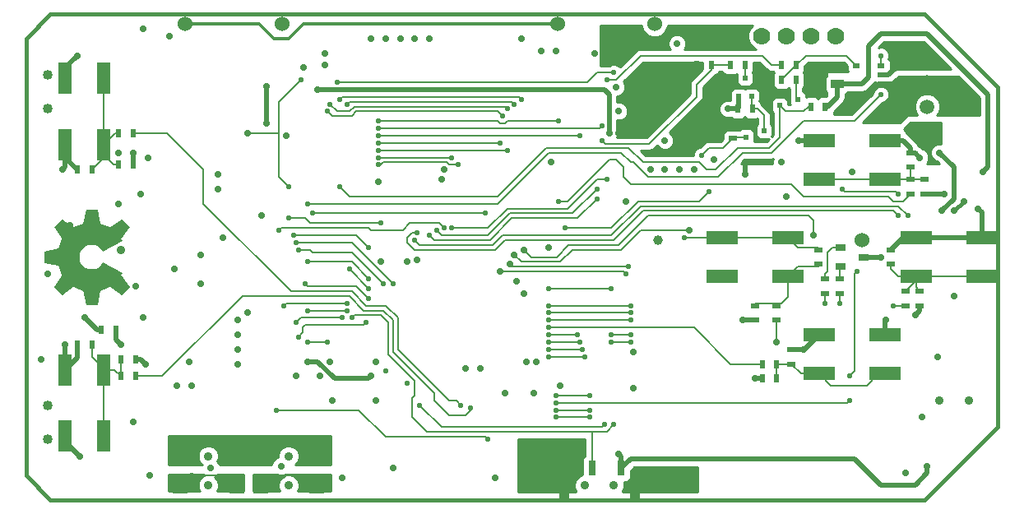
<source format=gbl>
G04 (created by PCBNEW (2013-07-05 BZR 4237)-testing) date Sat 03 Aug 2013 11:53:29 BST*
%MOIN*%
G04 Gerber Fmt 3.4, Leading zero omitted, Abs format*
%FSLAX34Y34*%
G01*
G70*
G90*
G04 APERTURE LIST*
%ADD10C,0.005906*%
%ADD11C,0.015000*%
%ADD12C,0.060000*%
%ADD13C,0.039400*%
%ADD14R,0.030000X0.020000*%
%ADD15R,0.039000X0.028000*%
%ADD16R,0.055000X0.035000*%
%ADD17R,0.070000X0.070000*%
%ADD18C,0.070000*%
%ADD19R,0.055000X0.126000*%
%ADD20R,0.126000X0.055000*%
%ADD21C,0.040000*%
%ADD22C,0.035400*%
%ADD23R,0.039400X0.031500*%
%ADD24R,0.027600X0.059100*%
%ADD25R,0.059100X0.055100*%
%ADD26R,0.023600X0.035400*%
%ADD27R,0.035400X0.023600*%
%ADD28R,0.059100X0.059100*%
%ADD29C,0.059100*%
%ADD30R,0.021654X0.023622*%
%ADD31R,0.023622X0.021654*%
%ADD32C,0.027600*%
%ADD33C,0.021654*%
%ADD34C,0.035000*%
%ADD35C,0.019700*%
%ADD36C,0.007874*%
%ADD37C,0.008000*%
%ADD38C,0.011800*%
%ADD39C,0.015700*%
%ADD40C,0.010000*%
G04 APERTURE END LIST*
G54D10*
G54D11*
X39369Y16733D02*
X39370Y16733D01*
X36417Y19685D02*
X39369Y16733D01*
X984Y19685D02*
X0Y18701D01*
X36417Y19685D02*
X984Y19685D01*
X36417Y0D02*
X39370Y2953D01*
X0Y984D02*
X0Y985D01*
X984Y0D02*
X0Y984D01*
X36417Y0D02*
X984Y0D01*
X0Y18701D02*
X0Y985D01*
X39370Y16733D02*
X39370Y2953D01*
G54D12*
X21524Y19292D03*
X25461Y19292D03*
X10366Y19292D03*
X6429Y19292D03*
G54D13*
X25589Y10532D03*
G54D12*
X33858Y10532D03*
G54D14*
X34653Y17599D03*
X34653Y16849D03*
X33653Y17599D03*
X34653Y17224D03*
X33653Y16849D03*
G54D15*
X33937Y9843D03*
X32993Y9469D03*
X32993Y10217D03*
G54D16*
X35630Y16849D03*
X35630Y17599D03*
X32874Y16849D03*
X32874Y17599D03*
G54D17*
X27815Y18800D03*
G54D18*
X28815Y18800D03*
X29815Y18800D03*
X30815Y18800D03*
X31815Y18800D03*
X32815Y18800D03*
G54D19*
X3149Y2598D03*
X3149Y5276D03*
X1575Y5276D03*
X1575Y2598D03*
G54D20*
X28189Y9056D03*
X30867Y9056D03*
X30867Y10630D03*
X28189Y10630D03*
X36063Y9056D03*
X38741Y9056D03*
X38741Y10630D03*
X36063Y10630D03*
X32126Y12993D03*
X34804Y12993D03*
X34804Y14567D03*
X32126Y14567D03*
X32126Y5119D03*
X34804Y5119D03*
X34804Y6693D03*
X32126Y6693D03*
G54D19*
X3149Y14409D03*
X3149Y17087D03*
X1575Y17087D03*
X1575Y14409D03*
G54D21*
X886Y3839D03*
X886Y2461D03*
X886Y17225D03*
X886Y15847D03*
G54D22*
X22637Y591D03*
X23819Y591D03*
G54D23*
X24665Y158D03*
X24665Y1024D03*
X21791Y1024D03*
X21791Y158D03*
G54D24*
X24114Y1280D03*
X22933Y1280D03*
X22342Y1280D03*
G54D22*
X37008Y4036D03*
X38190Y4036D03*
G54D25*
X9488Y1851D03*
X9488Y513D03*
X11772Y1851D03*
X11772Y513D03*
G54D22*
X10630Y1773D03*
X10630Y591D03*
G54D25*
X6240Y1851D03*
X6240Y513D03*
X8524Y1851D03*
X8524Y513D03*
G54D22*
X7382Y1773D03*
X7382Y591D03*
G54D26*
X2067Y6299D03*
X2657Y6299D03*
G54D27*
X32087Y10138D03*
X32087Y9548D03*
X35039Y10137D03*
X35039Y9547D03*
X35826Y14074D03*
X35826Y13484D03*
X31004Y6102D03*
X31004Y5512D03*
G54D26*
X2067Y13386D03*
X2657Y13386D03*
G54D28*
X36515Y14961D03*
G54D29*
X36515Y15945D03*
X36515Y16929D03*
G54D30*
X31269Y16240D03*
X30541Y16496D03*
X30541Y15984D03*
X29891Y14961D03*
X29163Y15216D03*
X29163Y14705D03*
G54D31*
X29133Y17096D03*
X28878Y16368D03*
X29389Y16368D03*
G54D27*
X32381Y8366D03*
X32381Y8956D03*
X32972Y8366D03*
X32972Y8956D03*
G54D26*
X29133Y17618D03*
X28543Y17618D03*
X27755Y17618D03*
X27165Y17618D03*
X4428Y5020D03*
X3838Y5020D03*
G54D27*
X28641Y14666D03*
X28641Y15256D03*
X35630Y7874D03*
X35630Y8464D03*
G54D26*
X31200Y17618D03*
X30610Y17618D03*
X30610Y17027D03*
X31200Y17027D03*
X3052Y6890D03*
X3642Y6890D03*
G54D27*
X35826Y12402D03*
X35826Y12992D03*
G54D26*
X29823Y5512D03*
X30413Y5512D03*
X4428Y5709D03*
X3838Y5709D03*
G54D27*
X36220Y8464D03*
X36220Y7874D03*
X36417Y12992D03*
X36417Y12402D03*
G54D26*
X30413Y4921D03*
X29823Y4921D03*
G54D27*
X30413Y7874D03*
X30413Y7284D03*
X29528Y7284D03*
X29528Y7874D03*
G54D26*
X28838Y15846D03*
X29428Y15846D03*
X4330Y14862D03*
X3740Y14862D03*
X3740Y13583D03*
X4330Y13583D03*
X32381Y15945D03*
X31791Y15945D03*
G54D10*
G36*
X1312Y9500D02*
X722Y9610D01*
X722Y10074D01*
X1312Y10184D01*
X1312Y9500D01*
X1312Y9500D01*
G37*
G36*
X1948Y8650D02*
X1454Y8311D01*
X1125Y8639D01*
X1465Y9134D01*
X1948Y8650D01*
X1948Y8650D01*
G37*
G36*
X2999Y8497D02*
X2889Y7907D01*
X2425Y7907D01*
X2315Y8497D01*
X2999Y8497D01*
X2999Y8497D01*
G37*
G36*
X3849Y9134D02*
X4189Y8639D01*
X3861Y8311D01*
X3366Y8650D01*
X3849Y9134D01*
X3849Y9134D01*
G37*
G36*
X1465Y10551D02*
X1125Y11046D01*
X1454Y11374D01*
X1948Y11035D01*
X1465Y10551D01*
X1465Y10551D01*
G37*
G36*
X2315Y11187D02*
X2425Y11777D01*
X2889Y11777D01*
X2999Y11187D01*
X2315Y11187D01*
X2315Y11187D01*
G37*
G36*
X3366Y11035D02*
X3861Y11374D01*
X4189Y11046D01*
X3849Y10551D01*
X3366Y11035D01*
X3366Y11035D01*
G37*
G36*
X2165Y9711D02*
X1263Y9548D01*
X1263Y10137D01*
X2165Y9974D01*
X2165Y9711D01*
X2165Y9711D01*
G37*
G36*
X2152Y9908D02*
X1257Y10103D01*
X1482Y10647D01*
X2253Y10151D01*
X2152Y9908D01*
X2152Y9908D01*
G37*
G36*
X2253Y9534D02*
X1482Y9038D01*
X1257Y9582D01*
X2152Y9777D01*
X2253Y9534D01*
X2253Y9534D01*
G37*
G36*
X2403Y9402D02*
X1880Y8649D01*
X1464Y9066D01*
X2217Y9588D01*
X2403Y9402D01*
X2403Y9402D01*
G37*
G36*
X2217Y10097D02*
X1464Y10619D01*
X1880Y11036D01*
X2403Y10283D01*
X2217Y10097D01*
X2217Y10097D01*
G37*
G36*
X2591Y9338D02*
X2397Y8442D01*
X1852Y8667D01*
X2348Y9438D01*
X2591Y9338D01*
X2591Y9338D01*
G37*
G36*
X2348Y10246D02*
X1852Y11017D01*
X2397Y11243D01*
X2591Y10347D01*
X2348Y10246D01*
X2348Y10246D01*
G37*
G36*
X2789Y9350D02*
X2952Y8448D01*
X2363Y8448D01*
X2526Y9350D01*
X2789Y9350D01*
X2789Y9350D01*
G37*
G36*
X2526Y10334D02*
X2363Y11236D01*
X2952Y11236D01*
X2789Y10334D01*
X2526Y10334D01*
X2526Y10334D01*
G37*
G36*
X2723Y10347D02*
X2918Y11243D01*
X3462Y11017D01*
X2966Y10246D01*
X2723Y10347D01*
X2723Y10347D01*
G37*
G36*
X2966Y9438D02*
X3462Y8667D01*
X2918Y8442D01*
X2723Y9338D01*
X2966Y9438D01*
X2966Y9438D01*
G37*
G36*
X3097Y9588D02*
X3850Y9066D01*
X3434Y8649D01*
X2911Y9402D01*
X3097Y9588D01*
X3097Y9588D01*
G37*
G36*
X2911Y10283D02*
X3434Y11036D01*
X3850Y10619D01*
X3097Y10097D01*
X2911Y10283D01*
X2911Y10283D01*
G37*
G36*
X3030Y10170D02*
X3734Y10738D01*
X3898Y10493D01*
X3102Y10061D01*
X3030Y10170D01*
X3030Y10170D01*
G37*
G36*
X3102Y9624D02*
X3898Y9192D01*
X3734Y8946D01*
X3030Y9515D01*
X3102Y9624D01*
X3102Y9624D01*
G37*
G54D32*
X36220Y13878D03*
X33464Y13287D03*
X10925Y5020D03*
X6102Y4626D03*
X6653Y2264D03*
X4626Y12401D03*
X7775Y13189D03*
X38582Y11811D03*
X27854Y13779D03*
X31299Y14567D03*
X23917Y16732D03*
X24015Y15748D03*
X21456Y18209D03*
X26378Y18504D03*
X26476Y13386D03*
X27067Y13386D03*
X2067Y18012D03*
X7086Y9941D03*
X7086Y8760D03*
X4724Y7382D03*
X34842Y7283D03*
X2165Y1772D03*
X1574Y6299D03*
X31496Y6102D03*
X12106Y18110D03*
X16929Y13386D03*
X1476Y13386D03*
X37007Y14075D03*
X37106Y11713D03*
X30610Y13681D03*
X25295Y13386D03*
X25885Y13386D03*
X24015Y1870D03*
X13976Y5020D03*
X11417Y5610D03*
G54D33*
X15452Y4724D03*
G54D32*
X7480Y1279D03*
X15452Y9646D03*
X19389Y4331D03*
X20669Y5610D03*
X19881Y8858D03*
X25885Y14567D03*
X36515Y1378D03*
X18405Y5315D03*
G54D33*
X14567Y5216D03*
G54D32*
X38779Y13287D03*
X37598Y8268D03*
X28444Y15846D03*
X23622Y14862D03*
X11811Y16634D03*
X9744Y16751D03*
X9744Y15256D03*
G54D33*
X14370Y11220D03*
X10630Y11417D03*
X10630Y12697D03*
X23818Y17323D03*
X12598Y16929D03*
X11122Y17028D03*
G54D32*
X8957Y14863D03*
G54D33*
X13090Y9350D03*
X12696Y12697D03*
X13878Y8563D03*
X11318Y8760D03*
X13878Y8169D03*
X23326Y15157D03*
X23523Y17027D03*
X14271Y15059D03*
X11417Y9646D03*
X11417Y12008D03*
X34645Y16437D03*
X34645Y18012D03*
X13878Y8957D03*
X16338Y10728D03*
X23129Y12205D03*
X16633Y10925D03*
X23129Y12598D03*
X33366Y4035D03*
X33366Y5020D03*
X33661Y9252D03*
X35334Y12401D03*
X33070Y12598D03*
X21456Y3937D03*
X24507Y7283D03*
X21161Y7283D03*
X35137Y7874D03*
X23818Y3051D03*
X13189Y7382D03*
X26673Y10630D03*
X21555Y12106D03*
X18011Y3740D03*
X24507Y6398D03*
X23720Y6398D03*
X22834Y3347D03*
X21456Y3346D03*
G54D32*
X30413Y6398D03*
G54D33*
X21850Y11024D03*
X27362Y13976D03*
X27657Y12500D03*
X21161Y6988D03*
X18700Y2461D03*
X10137Y3642D03*
X11614Y11614D03*
X18602Y11614D03*
X22441Y14764D03*
X14271Y14764D03*
X19192Y14468D03*
X14271Y14468D03*
X17224Y13878D03*
X14271Y13878D03*
X14271Y14173D03*
X19488Y14173D03*
X14271Y13583D03*
X10925Y7185D03*
X12795Y7382D03*
X17519Y13583D03*
X15945Y3839D03*
X23425Y3051D03*
X24311Y9153D03*
G54D32*
X19193Y9252D03*
X26870Y10926D03*
X19784Y9941D03*
X31890Y10729D03*
X20177Y10138D03*
G54D33*
X24409Y9449D03*
G54D32*
X19587Y9548D03*
G54D33*
X23720Y8563D03*
X21161Y8563D03*
X17618Y3838D03*
X10925Y10433D03*
X14862Y8760D03*
X11023Y10138D03*
X14468Y8760D03*
X10826Y10728D03*
X13878Y10236D03*
X35334Y11516D03*
X15846Y10827D03*
X15748Y10531D03*
X35728Y11516D03*
X24507Y6693D03*
X23523Y12992D03*
X23720Y6693D03*
X17224Y11024D03*
X22834Y3642D03*
X21456Y3642D03*
X23326Y14567D03*
X11318Y590D03*
X11417Y6398D03*
X12204Y6398D03*
X11417Y7677D03*
X12992Y7677D03*
X12992Y7972D03*
X10433Y7874D03*
X20079Y16240D03*
X12697Y16241D03*
X22637Y5807D03*
X21161Y5807D03*
X16929Y11024D03*
X10236Y10925D03*
X19488Y15847D03*
X12303Y16043D03*
X21161Y6398D03*
X22441Y6398D03*
X19291Y15552D03*
X12204Y15748D03*
X22342Y6693D03*
X21161Y6693D03*
X21555Y15355D03*
X22834Y4233D03*
X21456Y4232D03*
X14271Y15354D03*
X19784Y16044D03*
X22539Y6102D03*
X12992Y16044D03*
X21161Y6102D03*
X6692Y984D03*
G54D32*
X32185Y17520D03*
X31889Y16732D03*
X30216Y16535D03*
X29822Y17323D03*
X24606Y6004D03*
X24606Y4527D03*
X21161Y10236D03*
X30807Y12303D03*
X10334Y1378D03*
X12795Y886D03*
X11909Y5020D03*
X8563Y5512D03*
X8563Y6102D03*
X8563Y6693D03*
X8563Y7283D03*
X15846Y9744D03*
X8956Y7579D03*
X9547Y11516D03*
X6692Y4626D03*
X6594Y5610D03*
X14173Y4035D03*
X24311Y12106D03*
X4330Y14075D03*
X29035Y7283D03*
X29527Y4921D03*
X21653Y4626D03*
X20275Y5610D03*
X4921Y13878D03*
X3740Y14075D03*
X3740Y12008D03*
X7775Y12598D03*
X37204Y12401D03*
X28149Y14665D03*
X26476Y17618D03*
X35630Y18110D03*
X27854Y17027D03*
X30118Y15945D03*
X27952Y15945D03*
X26279Y14862D03*
X24015Y14862D03*
X25689Y15945D03*
X25590Y17027D03*
X23031Y18110D03*
X21358Y590D03*
X25295Y788D03*
X3838Y6299D03*
X7972Y10630D03*
X4822Y5512D03*
X17815Y5315D03*
X20570Y4331D03*
X14173Y5610D03*
X12303Y5610D03*
X36023Y7480D03*
X20866Y18209D03*
X20078Y18701D03*
X16338Y18701D03*
X15748Y18701D03*
X15157Y18701D03*
X14567Y18701D03*
X13976Y18701D03*
X14370Y9646D03*
X12106Y17618D03*
X34645Y9842D03*
X10531Y14764D03*
X12401Y4035D03*
X16830Y12992D03*
X14271Y12894D03*
X18996Y886D03*
X14862Y1279D03*
X35630Y1083D03*
X36319Y3347D03*
X21260Y13682D03*
X37992Y12107D03*
X36930Y5806D03*
X29134Y13189D03*
X11221Y17520D03*
X29134Y13682D03*
X20177Y8367D03*
X4429Y8662D03*
X6004Y9351D03*
X37599Y11713D03*
X1771Y11122D03*
X2755Y11024D03*
X2756Y8268D03*
X5019Y984D03*
X5807Y18799D03*
X591Y5709D03*
X885Y9153D03*
X2362Y7382D03*
X4724Y19095D03*
X4331Y3150D03*
G54D34*
X3838Y10138D03*
G54D33*
X21161Y7874D03*
X24507Y7874D03*
X32381Y7972D03*
X13779Y7185D03*
X11023Y6594D03*
X24507Y7579D03*
X32972Y7972D03*
X21161Y7579D03*
G54D35*
X35826Y14074D02*
X36023Y14074D01*
X36023Y14074D02*
X36220Y13878D01*
X38741Y10630D02*
X38741Y11653D01*
X38741Y11653D02*
X38582Y11811D01*
X36063Y10630D02*
X38741Y10630D01*
X32126Y14567D02*
X31299Y14567D01*
X31299Y14567D02*
X31299Y14567D01*
X1575Y17087D02*
X1575Y17520D01*
X1575Y17520D02*
X2067Y18012D01*
X34804Y6693D02*
X34804Y7245D01*
X34804Y7245D02*
X34842Y7283D01*
X1575Y2598D02*
X1575Y2362D01*
X1575Y2362D02*
X2165Y1772D01*
X1575Y5276D02*
X1575Y6299D01*
X1575Y6299D02*
X1574Y6299D01*
X1575Y14409D02*
X1575Y13484D01*
X1575Y13484D02*
X1476Y13386D01*
X36063Y10630D02*
X35531Y10630D01*
X35531Y10630D02*
X35039Y10137D01*
X35826Y14074D02*
X35826Y14272D01*
X35826Y14272D02*
X35531Y14567D01*
X35531Y14567D02*
X34804Y14567D01*
X1575Y14409D02*
X1575Y13878D01*
X1575Y13878D02*
X2067Y13386D01*
X2067Y6299D02*
X2067Y5768D01*
X2067Y5768D02*
X1575Y5276D01*
X31004Y6102D02*
X31496Y6102D01*
X31496Y6102D02*
X31535Y6102D01*
X31535Y6102D02*
X32126Y6693D01*
X10000Y2363D02*
X9488Y1851D01*
X11417Y2363D02*
X10000Y2363D01*
X11772Y1851D02*
X11772Y2008D01*
X11772Y2008D02*
X11417Y2363D01*
X8524Y1851D02*
X8524Y1909D01*
X8524Y1909D02*
X8169Y2264D01*
X8169Y2264D02*
X6653Y2264D01*
X9488Y1851D02*
X8524Y1851D01*
X6653Y2264D02*
X6240Y1851D01*
X37598Y12205D02*
X37598Y13484D01*
X37598Y13484D02*
X37007Y14075D01*
X37106Y11713D02*
X37598Y12205D01*
X24114Y1280D02*
X24114Y1772D01*
X24114Y1772D02*
X24015Y1870D01*
X11417Y5610D02*
X11811Y5610D01*
X13878Y4921D02*
X13976Y5020D01*
X12500Y4921D02*
X13878Y4921D01*
X11811Y5610D02*
X12500Y4921D01*
X24114Y1280D02*
X24114Y1280D01*
X36515Y1083D02*
X36515Y1378D01*
X36023Y590D02*
X36515Y1083D01*
X34645Y590D02*
X36023Y590D01*
X33563Y1673D02*
X34645Y590D01*
X24507Y1673D02*
X33563Y1673D01*
X24114Y1280D02*
X24507Y1673D01*
X38779Y13287D02*
X38976Y13484D01*
X33877Y16849D02*
X33653Y16849D01*
X34153Y17126D02*
X33877Y16849D01*
X34153Y18405D02*
X34153Y17126D01*
X34645Y18898D02*
X34153Y18405D01*
X36515Y18898D02*
X34645Y18898D01*
X38976Y16437D02*
X36515Y18898D01*
X38976Y13484D02*
X38976Y16437D01*
X32381Y15945D02*
X32480Y15945D01*
X32874Y16338D02*
X32874Y16849D01*
X32480Y15945D02*
X32874Y16338D01*
X33653Y16849D02*
X32874Y16849D01*
X28838Y15846D02*
X28444Y15846D01*
X28878Y16368D02*
X28878Y15885D01*
X28878Y15885D02*
X28838Y15846D01*
X35630Y16849D02*
X34653Y16849D01*
X36515Y16929D02*
X35709Y16929D01*
X35709Y16929D02*
X35630Y16849D01*
X23622Y14862D02*
X23622Y16437D01*
X23425Y16634D02*
X23425Y16634D01*
X23622Y16437D02*
X23425Y16634D01*
X23425Y16634D02*
X11811Y16634D01*
X11811Y16634D02*
X11811Y16634D01*
X9744Y16751D02*
X9744Y15256D01*
G54D36*
X10236Y14862D02*
X10236Y13091D01*
X10236Y13091D02*
X10630Y12697D01*
X10236Y14961D02*
X10236Y14862D01*
X10235Y14863D02*
X10137Y14863D01*
X10236Y14862D02*
X10235Y14863D01*
X11122Y17028D02*
X11122Y17027D01*
X11122Y17027D02*
X10236Y16141D01*
X14370Y11220D02*
X11515Y11220D01*
X11515Y11220D02*
X11318Y11417D01*
X11318Y11417D02*
X10630Y11417D01*
X23130Y17323D02*
X22736Y16929D01*
X22736Y16929D02*
X12598Y16929D01*
X23818Y17323D02*
X23130Y17323D01*
G54D37*
X8957Y14863D02*
X10137Y14863D01*
X10236Y16141D02*
X10236Y14961D01*
G54D36*
X13090Y12303D02*
X12696Y12697D01*
X13878Y8563D02*
X13090Y9350D01*
X21063Y14272D02*
X24409Y14272D01*
X27952Y13386D02*
X28838Y14272D01*
X27559Y13386D02*
X27952Y13386D01*
X27263Y13681D02*
X27559Y13386D01*
X25000Y13681D02*
X27263Y13681D01*
X24409Y14272D02*
X25000Y13681D01*
X30541Y15984D02*
X30541Y14695D01*
X30118Y14272D02*
X28838Y14272D01*
X30541Y14695D02*
X30118Y14272D01*
X31791Y15945D02*
X31692Y15945D01*
X31692Y15945D02*
X31496Y15748D01*
X31496Y15748D02*
X30777Y15748D01*
X30777Y15748D02*
X30541Y15984D01*
X19094Y12303D02*
X21063Y14272D01*
X13090Y12303D02*
X19094Y12303D01*
X11318Y8760D02*
X11417Y8661D01*
X13878Y8169D02*
X13385Y8661D01*
X13385Y8661D02*
X11417Y8661D01*
X30216Y17618D02*
X30610Y17618D01*
X23523Y17027D02*
X23917Y17027D01*
X14271Y15059D02*
X23228Y15059D01*
X23228Y15059D02*
X23326Y15157D01*
X23917Y17027D02*
X24901Y18012D01*
X24901Y18012D02*
X29822Y18012D01*
X29822Y18012D02*
X30216Y17618D01*
X13189Y9646D02*
X11417Y9646D01*
X11417Y12008D02*
X19094Y12008D01*
X19094Y12008D02*
X21161Y14075D01*
X29035Y14075D02*
X30216Y14075D01*
X21161Y14075D02*
X24114Y14075D01*
X31496Y15354D02*
X33563Y15354D01*
X33563Y15354D02*
X34645Y16437D01*
X34645Y18012D02*
X34653Y18004D01*
X34653Y18004D02*
X34653Y17599D01*
X31496Y15354D02*
X30216Y14075D01*
X24507Y13681D02*
X24606Y13681D01*
X24606Y13681D02*
X25196Y13090D01*
X25196Y13090D02*
X28051Y13090D01*
X28051Y13090D02*
X29035Y14075D01*
X24114Y14075D02*
X24507Y13681D01*
X13878Y8957D02*
X13189Y9646D01*
X16535Y10531D02*
X16535Y10532D01*
X16338Y10728D02*
X16535Y10531D01*
G54D37*
X16535Y10532D02*
X18799Y10532D01*
X19685Y11418D02*
X22342Y11418D01*
X18799Y10532D02*
X19685Y11418D01*
X22342Y11418D02*
X23129Y12205D01*
G54D36*
X16830Y10728D02*
X16830Y10729D01*
X16633Y10925D02*
X16830Y10728D01*
G54D37*
X18701Y10729D02*
X19587Y11615D01*
X22146Y11615D02*
X23129Y12598D01*
X16830Y10729D02*
X18701Y10729D01*
X19587Y11615D02*
X22146Y11615D01*
G54D36*
X33267Y3937D02*
X33366Y4035D01*
X21456Y3937D02*
X33267Y3937D01*
X33366Y5020D02*
X33563Y5216D01*
X33563Y5216D02*
X33563Y9153D01*
X33563Y9153D02*
X33661Y9252D01*
X35334Y12401D02*
X35236Y12500D01*
X35236Y12500D02*
X33169Y12500D01*
X33169Y12500D02*
X33070Y12598D01*
X21161Y7283D02*
X24507Y7283D01*
X35138Y7874D02*
X35630Y7874D01*
X35137Y7874D02*
X35138Y7874D01*
X22933Y2756D02*
X23523Y2756D01*
X23523Y2756D02*
X23818Y3051D01*
X22933Y1280D02*
X22933Y2756D01*
X22933Y2756D02*
X22933Y2756D01*
X16240Y2756D02*
X22933Y2756D01*
X13189Y7382D02*
X13287Y7480D01*
X15649Y3346D02*
X16240Y2756D01*
X13287Y7480D02*
X14370Y7480D01*
X14370Y7480D02*
X14665Y7185D01*
X14665Y7185D02*
X14665Y5905D01*
X14665Y5905D02*
X15748Y4823D01*
X15748Y4823D02*
X15748Y4232D01*
X15748Y4232D02*
X15649Y4134D01*
X15649Y4134D02*
X15649Y3346D01*
X26673Y10630D02*
X26673Y10630D01*
X26673Y10630D02*
X28189Y10630D01*
G54D37*
X32087Y10218D02*
X31279Y10218D01*
X31279Y10218D02*
X30867Y10630D01*
X30867Y10630D02*
X28189Y10630D01*
G54D38*
X9449Y19292D02*
X10040Y18701D01*
X11221Y19292D02*
X21524Y19292D01*
X10040Y18701D02*
X10630Y18701D01*
X6429Y19292D02*
X9449Y19292D01*
X10630Y18701D02*
X11221Y19292D01*
G54D36*
X24507Y12795D02*
X31004Y12795D01*
X31004Y12795D02*
X31496Y12303D01*
X24212Y13484D02*
X23917Y13779D01*
X24212Y13090D02*
X24212Y13484D01*
X24507Y12795D02*
X24212Y13090D01*
X21555Y12106D02*
X21948Y12106D01*
X21948Y12106D02*
X23622Y13779D01*
X23622Y13779D02*
X23917Y13779D01*
X31496Y12303D02*
X34941Y12303D01*
X35531Y12106D02*
X35826Y12402D01*
X35137Y12106D02*
X35531Y12106D01*
X34941Y12303D02*
X35137Y12106D01*
X13681Y7677D02*
X14468Y7677D01*
X14862Y7283D02*
X14862Y6004D01*
X14468Y7677D02*
X14862Y7283D01*
X8759Y8268D02*
X5511Y5020D01*
X13090Y8268D02*
X8759Y8268D01*
X13681Y7677D02*
X13090Y8268D01*
X18011Y3740D02*
X18011Y3642D01*
X18011Y3642D02*
X17815Y3445D01*
X16535Y4035D02*
X16535Y4331D01*
X17126Y3445D02*
X16535Y4035D01*
X17815Y3445D02*
X17126Y3445D01*
X16535Y4331D02*
X14862Y6004D01*
X5511Y5020D02*
X4428Y5020D01*
X24507Y6398D02*
X23720Y6398D01*
X21456Y3347D02*
X22834Y3347D01*
X21456Y3346D02*
X21456Y3347D01*
G54D37*
X30413Y6398D02*
X30413Y7204D01*
G54D36*
X21850Y11024D02*
X23720Y11024D01*
X24803Y12106D02*
X27263Y12106D01*
X27362Y13976D02*
X27657Y14272D01*
X27657Y14272D02*
X28247Y14272D01*
X28247Y14272D02*
X28641Y14666D01*
X23720Y11024D02*
X24803Y12106D01*
X27263Y12106D02*
X27657Y12500D01*
X29163Y14705D02*
X28680Y14705D01*
X28680Y14705D02*
X28641Y14666D01*
X21161Y6988D02*
X27067Y6988D01*
X27067Y6988D02*
X28543Y5512D01*
X28543Y5512D02*
X29823Y5512D01*
X18602Y2559D02*
X18700Y2461D01*
X18602Y2559D02*
X14567Y2559D01*
X13484Y3642D02*
X14567Y2559D01*
X10137Y3642D02*
X13484Y3642D01*
X18602Y11614D02*
X11614Y11614D01*
X14271Y14764D02*
X22441Y14764D01*
X14271Y14468D02*
X19192Y14468D01*
X14271Y13878D02*
X17224Y13878D01*
X19488Y14173D02*
X14271Y14173D01*
X17027Y13681D02*
X14468Y13681D01*
X14370Y13583D02*
X14468Y13681D01*
X14271Y13583D02*
X14370Y13583D01*
X11122Y7382D02*
X10925Y7185D01*
X12795Y7382D02*
X11122Y7382D01*
X17027Y13681D02*
X17126Y13583D01*
X17126Y13583D02*
X17519Y13583D01*
G54D37*
X15945Y3839D02*
X16831Y2953D01*
X16831Y2953D02*
X17126Y2953D01*
G54D36*
X17126Y2953D02*
X23326Y2953D01*
X23326Y2953D02*
X23425Y3051D01*
X19193Y9252D02*
X24213Y9252D01*
X24213Y9252D02*
X24311Y9153D01*
X19784Y9941D02*
X19784Y9940D01*
X21653Y9646D02*
X22146Y10139D01*
X20078Y9646D02*
X21653Y9646D01*
X19784Y9940D02*
X20078Y9646D01*
G54D37*
X24115Y10139D02*
X24902Y10926D01*
X24115Y10139D02*
X22146Y10139D01*
X24902Y10926D02*
X26870Y10926D01*
G54D36*
X21496Y9842D02*
X21969Y10315D01*
G54D37*
X25196Y11516D02*
X31693Y11516D01*
X31890Y11319D02*
X31890Y10729D01*
X31693Y11516D02*
X31890Y11319D01*
X25196Y11516D02*
X23995Y10315D01*
X21969Y10315D02*
X23995Y10315D01*
G54D36*
X20472Y9842D02*
X21496Y9842D01*
G54D37*
X20177Y10138D02*
X20472Y9842D01*
G54D36*
X19684Y9449D02*
X24409Y9449D01*
G54D37*
X19587Y9548D02*
X19587Y9547D01*
X19587Y9547D02*
X19684Y9449D01*
G54D36*
X23720Y8563D02*
X23720Y8563D01*
X21161Y8563D02*
X23720Y8563D01*
X13779Y7874D02*
X14567Y7874D01*
X15059Y7382D02*
X15059Y6102D01*
X14567Y7874D02*
X15059Y7382D01*
X7185Y13386D02*
X7185Y12008D01*
X17126Y4035D02*
X17421Y4035D01*
X15059Y6102D02*
X17126Y4035D01*
X13189Y8464D02*
X13779Y7874D01*
X10728Y8464D02*
X13189Y8464D01*
X7185Y12008D02*
X10728Y8464D01*
X17618Y3838D02*
X17421Y4035D01*
X4330Y14862D02*
X5708Y14862D01*
X5708Y14862D02*
X7185Y13386D01*
X13189Y10433D02*
X10925Y10433D01*
X14862Y8760D02*
X13189Y10433D01*
X11515Y10138D02*
X11023Y10138D01*
X11614Y10039D02*
X11515Y10138D01*
X13189Y10039D02*
X11614Y10039D01*
X14468Y8760D02*
X13189Y10039D01*
X13878Y10236D02*
X13385Y10728D01*
X13385Y10728D02*
X10826Y10728D01*
X23818Y10531D02*
X19389Y10531D01*
X15748Y10138D02*
X15452Y10433D01*
X18996Y10138D02*
X15748Y10138D01*
X19389Y10531D02*
X18996Y10138D01*
X35334Y11516D02*
X35137Y11713D01*
X23818Y10531D02*
X25000Y11713D01*
X35137Y11713D02*
X25000Y11713D01*
X25000Y11713D02*
X25000Y11713D01*
X15452Y10433D02*
X15452Y10630D01*
X15452Y10630D02*
X15649Y10827D01*
X15649Y10827D02*
X15846Y10827D01*
X19291Y10728D02*
X23720Y10728D01*
X18897Y10335D02*
X19291Y10728D01*
X15944Y10335D02*
X18897Y10335D01*
X15748Y10531D02*
X15944Y10335D01*
X24901Y11909D02*
X34940Y11909D01*
X34940Y11909D02*
X34941Y11910D01*
X23720Y10728D02*
X24901Y11909D01*
X34941Y11910D02*
X35334Y11910D01*
X35334Y11910D02*
X35728Y11516D01*
X23720Y6693D02*
X24507Y6693D01*
X23523Y12992D02*
X23130Y12992D01*
X17224Y11024D02*
X18700Y11024D01*
X21948Y11811D02*
X23130Y12992D01*
X19488Y11811D02*
X21948Y11811D01*
X18700Y11024D02*
X19488Y11811D01*
X21456Y3642D02*
X22834Y3642D01*
X27755Y17421D02*
X27165Y16831D01*
X27165Y16831D02*
X27165Y16338D01*
X27165Y16338D02*
X25252Y14425D01*
X25252Y14425D02*
X23468Y14425D01*
X23468Y14425D02*
X23326Y14567D01*
X27755Y17618D02*
X27755Y17421D01*
X28543Y17618D02*
X27755Y17618D01*
X9488Y513D02*
X9488Y531D01*
X10925Y984D02*
X11318Y590D01*
X10531Y984D02*
X10925Y984D01*
X10433Y886D02*
X10531Y984D01*
X9842Y886D02*
X10433Y886D01*
X9488Y531D02*
X9842Y886D01*
X11396Y513D02*
X11772Y513D01*
X11318Y590D02*
X11396Y513D01*
X12204Y6398D02*
X11417Y6398D01*
X12992Y7677D02*
X11417Y7677D01*
X10531Y7972D02*
X12992Y7972D01*
X10531Y7972D02*
X10433Y7874D01*
G54D37*
X19981Y16339D02*
X12795Y16339D01*
X12795Y16339D02*
X12697Y16241D01*
X20079Y16241D02*
X19981Y16339D01*
G54D36*
X20079Y16241D02*
X20079Y16240D01*
X21161Y5807D02*
X22637Y5807D01*
X10236Y10925D02*
X10334Y11024D01*
X13878Y11024D02*
X13976Y10925D01*
X10334Y11024D02*
X13878Y11024D01*
X13976Y10925D02*
X15255Y10925D01*
X16732Y11220D02*
X15551Y11220D01*
X15551Y11220D02*
X15255Y10925D01*
X16929Y11024D02*
X16732Y11220D01*
X13287Y15945D02*
X13287Y15944D01*
X12598Y15748D02*
X12303Y16043D01*
X13091Y15748D02*
X12598Y15748D01*
X13287Y15944D02*
X13091Y15748D01*
G54D37*
X19488Y15847D02*
X19390Y15945D01*
X19390Y15945D02*
X13287Y15945D01*
G54D36*
X21161Y6398D02*
X22441Y6398D01*
X13189Y15551D02*
X12401Y15551D01*
X12401Y15551D02*
X12204Y15748D01*
G54D37*
X19291Y15552D02*
X19095Y15748D01*
X13386Y15748D02*
X19095Y15748D01*
X13189Y15551D02*
X13386Y15748D01*
G54D36*
X19291Y15552D02*
X19291Y15552D01*
X21161Y6693D02*
X22342Y6693D01*
G54D37*
X22736Y4233D02*
X22834Y4233D01*
G54D36*
X21456Y4232D02*
X21457Y4233D01*
X21457Y4233D02*
X22736Y4233D01*
G54D37*
X19488Y15355D02*
X19389Y15256D01*
X19389Y15256D02*
X19194Y15256D01*
X21555Y15355D02*
X19488Y15355D01*
X19194Y15256D02*
X19094Y15355D01*
G54D36*
X14271Y15354D02*
X14272Y15355D01*
X14272Y15355D02*
X19094Y15355D01*
X19783Y16044D02*
X19784Y16044D01*
G54D37*
X19686Y16142D02*
X13090Y16142D01*
X13090Y16142D02*
X12992Y16044D01*
X19783Y16044D02*
X19686Y16142D01*
G54D36*
X21161Y6102D02*
X22539Y6102D01*
X6240Y513D02*
X6240Y531D01*
X6240Y531D02*
X6692Y984D01*
X8052Y984D02*
X8524Y513D01*
X6692Y984D02*
X8052Y984D01*
G54D35*
X32264Y17599D02*
X32185Y17520D01*
X32874Y17599D02*
X32264Y17599D01*
X30216Y16535D02*
X30019Y16732D01*
X30255Y16496D02*
X30216Y16535D01*
X30541Y16496D02*
X30255Y16496D01*
X30019Y17126D02*
X29822Y17323D01*
X30019Y16732D02*
X30019Y17126D01*
X4330Y13583D02*
X4330Y14074D01*
X4330Y14074D02*
X4330Y14075D01*
X29528Y7284D02*
X29035Y7284D01*
X29035Y7284D02*
X29035Y7283D01*
X29823Y4921D02*
X29527Y4921D01*
X36417Y12402D02*
X37204Y12402D01*
X37204Y12402D02*
X37204Y12401D01*
X28641Y15256D02*
X28346Y15256D01*
X28149Y15059D02*
X28149Y14665D01*
X28346Y15256D02*
X28149Y15059D01*
X28641Y15256D02*
X29124Y15256D01*
X29124Y15256D02*
X29163Y15216D01*
X27165Y17618D02*
X26476Y17618D01*
X35630Y17599D02*
X35630Y18110D01*
X34653Y17224D02*
X34941Y17224D01*
X35316Y17599D02*
X35630Y17599D01*
X34941Y17224D02*
X35316Y17599D01*
X21791Y590D02*
X21358Y590D01*
X24665Y590D02*
X25097Y590D01*
X25097Y590D02*
X25295Y788D01*
X3642Y6890D02*
X3642Y6496D01*
X3642Y6496D02*
X3838Y6299D01*
X4428Y5709D02*
X4626Y5709D01*
X4626Y5709D02*
X4822Y5512D01*
X36220Y7874D02*
X36220Y7677D01*
X36220Y7677D02*
X36023Y7480D01*
X34645Y9843D02*
X33937Y9843D01*
X34645Y9842D02*
X34645Y9843D01*
X21791Y1024D02*
X21791Y590D01*
X21791Y590D02*
X21791Y158D01*
X29134Y13189D02*
X29134Y13682D01*
G54D39*
X37599Y11713D02*
X37992Y12106D01*
G54D35*
X24665Y158D02*
X24665Y590D01*
X24665Y590D02*
X24665Y1024D01*
X22047Y1280D02*
X21791Y1024D01*
G54D39*
X37992Y12106D02*
X37992Y12107D01*
G54D35*
X22342Y1280D02*
X22047Y1280D01*
X1786Y10202D02*
X1786Y9914D01*
X1786Y9914D02*
X1714Y9842D01*
X3323Y9176D02*
X3323Y9201D01*
X3323Y9201D02*
X3441Y9319D01*
X1991Y10508D02*
X1991Y10407D01*
X1991Y10407D02*
X1786Y10202D01*
X3323Y9176D02*
X3816Y8683D01*
X3017Y8971D02*
X3118Y8971D01*
X3118Y8971D02*
X3323Y9176D01*
X2657Y8899D02*
X2945Y8899D01*
X2945Y8899D02*
X3017Y8971D01*
X2297Y8971D02*
X2585Y8971D01*
X2585Y8971D02*
X2657Y8899D01*
X1991Y9176D02*
X2092Y9176D01*
X2092Y9176D02*
X2297Y8971D01*
X1991Y9176D02*
X1498Y8683D01*
X1786Y9482D02*
X1786Y9381D01*
X1786Y9381D02*
X1991Y9176D01*
X1714Y9842D02*
X1714Y9554D01*
X1714Y9554D02*
X1786Y9482D01*
G54D36*
X1017Y9842D02*
X1714Y9842D01*
X2297Y10713D02*
X2196Y10713D01*
X2196Y10713D02*
X1991Y10508D01*
X2657Y10785D02*
X2369Y10785D01*
X2369Y10785D02*
X2297Y10713D01*
X3017Y10713D02*
X2729Y10713D01*
X2729Y10713D02*
X2657Y10785D01*
X3323Y10508D02*
X3323Y10483D01*
X3323Y10483D02*
X3441Y10365D01*
X3323Y10508D02*
X3222Y10508D01*
X3222Y10508D02*
X3017Y10713D01*
X3323Y10508D02*
X3816Y11001D01*
X2657Y10785D02*
X2657Y11482D01*
X1991Y10508D02*
X1498Y11001D01*
G54D35*
X3052Y6890D02*
X2854Y6890D01*
X2854Y6890D02*
X2362Y7382D01*
G54D36*
X21161Y7874D02*
X24507Y7874D01*
X32381Y7972D02*
X32381Y8366D01*
G54D37*
X30867Y8230D02*
X30867Y9056D01*
X31279Y9468D02*
X30867Y9056D01*
X30591Y7954D02*
X30867Y8230D01*
X30413Y7954D02*
X29528Y7954D01*
X32087Y9468D02*
X31279Y9468D01*
X30413Y7954D02*
X30591Y7954D01*
G54D36*
X29133Y17618D02*
X29133Y17097D01*
X29133Y17097D02*
X29133Y17096D01*
X29428Y15846D02*
X29626Y15846D01*
X29891Y15581D02*
X29891Y14961D01*
X29626Y15846D02*
X29891Y15581D01*
X29389Y16368D02*
X29389Y15885D01*
X29389Y15885D02*
X29428Y15846D01*
X31200Y17027D02*
X31200Y16309D01*
X31200Y16309D02*
X31269Y16240D01*
X13681Y7087D02*
X11318Y7087D01*
X13779Y7185D02*
X13681Y7087D01*
X11318Y7087D02*
X11220Y6988D01*
X11220Y6988D02*
X11220Y6791D01*
X11220Y6791D02*
X11023Y6594D01*
X3149Y5276D02*
X3149Y2598D01*
X3149Y5276D02*
X3149Y5316D01*
X2657Y5807D02*
X2657Y6299D01*
X3149Y5316D02*
X2657Y5807D01*
X3838Y5709D02*
X3838Y5020D01*
X3149Y5276D02*
X3583Y5276D01*
X3583Y5276D02*
X3838Y5020D01*
X3149Y17087D02*
X3149Y14409D01*
X3149Y14409D02*
X3149Y13877D01*
X3149Y13877D02*
X2657Y13386D01*
X3740Y14862D02*
X3602Y14862D01*
X3602Y14862D02*
X3149Y14409D01*
X3740Y13583D02*
X3543Y13583D01*
X3149Y13977D02*
X3149Y14409D01*
X3543Y13583D02*
X3149Y13977D01*
X30413Y4921D02*
X30413Y5512D01*
X32126Y5119D02*
X31397Y5119D01*
X31397Y5119D02*
X31004Y5512D01*
X34804Y5119D02*
X34547Y5119D01*
X32618Y4626D02*
X32126Y5119D01*
X34055Y4626D02*
X32618Y4626D01*
X34547Y5119D02*
X34055Y4626D01*
X31004Y5512D02*
X30413Y5512D01*
X30413Y5512D02*
X30413Y5512D01*
X36063Y9056D02*
X38741Y9056D01*
X36063Y9056D02*
X36063Y8897D01*
X36063Y8897D02*
X35630Y8464D01*
X36063Y9056D02*
X36063Y8622D01*
X36063Y8622D02*
X36220Y8464D01*
X35039Y9547D02*
X35039Y9350D01*
X35334Y9056D02*
X36063Y9056D01*
X35039Y9350D02*
X35334Y9056D01*
X34804Y12993D02*
X32126Y12993D01*
X35826Y12992D02*
X34804Y12992D01*
X34804Y12992D02*
X34804Y12993D01*
X35826Y13484D02*
X35826Y12992D01*
X36417Y12992D02*
X35826Y12992D01*
X31200Y17618D02*
X31200Y17618D01*
X33241Y18012D02*
X33653Y17599D01*
X31594Y18012D02*
X33241Y18012D01*
X31200Y17618D02*
X31594Y18012D01*
X30610Y17027D02*
X30610Y17028D01*
X30610Y17028D02*
X31200Y17618D01*
X32381Y8956D02*
X32381Y9153D01*
X32657Y10217D02*
X32993Y10217D01*
X32480Y10039D02*
X32657Y10217D01*
X32480Y9252D02*
X32480Y10039D01*
X32381Y9153D02*
X32480Y9252D01*
X32972Y8956D02*
X32972Y9448D01*
X32972Y9448D02*
X32993Y9469D01*
X32972Y8366D02*
X32972Y7972D01*
X21161Y7579D02*
X24507Y7579D01*
G54D10*
G36*
X12352Y346D02*
X10988Y346D01*
X10991Y348D01*
X11056Y505D01*
X11057Y675D01*
X10992Y832D01*
X10872Y952D01*
X10715Y1017D01*
X10545Y1018D01*
X10388Y953D01*
X10268Y833D01*
X10203Y676D01*
X10202Y506D01*
X10267Y349D01*
X10271Y346D01*
X9204Y346D01*
X9204Y1033D01*
X10154Y1033D01*
X10257Y990D01*
X10411Y990D01*
X10514Y1033D01*
X12352Y1033D01*
X12352Y346D01*
X12352Y346D01*
G37*
G54D40*
X12352Y346D02*
X10988Y346D01*
X10991Y348D01*
X11056Y505D01*
X11057Y675D01*
X10992Y832D01*
X10872Y952D01*
X10715Y1017D01*
X10545Y1018D01*
X10388Y953D01*
X10268Y833D01*
X10203Y676D01*
X10202Y506D01*
X10267Y349D01*
X10271Y346D01*
X9204Y346D01*
X9204Y1033D01*
X10154Y1033D01*
X10257Y990D01*
X10411Y990D01*
X10514Y1033D01*
X12352Y1033D01*
X12352Y346D01*
G54D10*
G36*
X7223Y987D02*
X7140Y953D01*
X7020Y833D01*
X6955Y676D01*
X6954Y506D01*
X7019Y349D01*
X7023Y346D01*
X5759Y346D01*
X5759Y1033D01*
X7178Y1033D01*
X7223Y987D01*
X7223Y987D01*
G37*
G54D40*
X7223Y987D02*
X7140Y953D01*
X7020Y833D01*
X6955Y676D01*
X6954Y506D01*
X7019Y349D01*
X7023Y346D01*
X5759Y346D01*
X5759Y1033D01*
X7178Y1033D01*
X7223Y987D01*
G54D10*
G36*
X8808Y346D02*
X7740Y346D01*
X7743Y348D01*
X7808Y505D01*
X7809Y675D01*
X7744Y832D01*
X7647Y929D01*
X7699Y950D01*
X7782Y1033D01*
X8808Y1033D01*
X8808Y346D01*
X8808Y346D01*
G37*
G54D40*
X8808Y346D02*
X7740Y346D01*
X7743Y348D01*
X7808Y505D01*
X7809Y675D01*
X7744Y832D01*
X7647Y929D01*
X7699Y950D01*
X7782Y1033D01*
X8808Y1033D01*
X8808Y346D01*
G54D10*
G36*
X12352Y1428D02*
X10888Y1428D01*
X10991Y1530D01*
X11056Y1687D01*
X11057Y1857D01*
X10992Y2014D01*
X10872Y2134D01*
X10715Y2199D01*
X10545Y2200D01*
X10388Y2135D01*
X10268Y2015D01*
X10203Y1858D01*
X10202Y1743D01*
X10115Y1707D01*
X10005Y1598D01*
X9946Y1455D01*
X9946Y1428D01*
X7839Y1428D01*
X7809Y1499D01*
X7753Y1555D01*
X7808Y1687D01*
X7809Y1857D01*
X7744Y2014D01*
X7624Y2134D01*
X7467Y2199D01*
X7297Y2200D01*
X7140Y2135D01*
X7020Y2015D01*
X6955Y1858D01*
X6954Y1688D01*
X7019Y1531D01*
X7122Y1428D01*
X7121Y1428D01*
X5759Y1428D01*
X5759Y2608D01*
X12352Y2608D01*
X12352Y1428D01*
X12352Y1428D01*
G37*
G54D40*
X12352Y1428D02*
X10888Y1428D01*
X10991Y1530D01*
X11056Y1687D01*
X11057Y1857D01*
X10992Y2014D01*
X10872Y2134D01*
X10715Y2199D01*
X10545Y2200D01*
X10388Y2135D01*
X10268Y2015D01*
X10203Y1858D01*
X10202Y1743D01*
X10115Y1707D01*
X10005Y1598D01*
X9946Y1455D01*
X9946Y1428D01*
X7839Y1428D01*
X7809Y1499D01*
X7753Y1555D01*
X7808Y1687D01*
X7809Y1857D01*
X7744Y2014D01*
X7624Y2134D01*
X7467Y2199D01*
X7297Y2200D01*
X7140Y2135D01*
X7020Y2015D01*
X6955Y1858D01*
X6954Y1688D01*
X7019Y1531D01*
X7122Y1428D01*
X7121Y1428D01*
X5759Y1428D01*
X5759Y2608D01*
X12352Y2608D01*
X12352Y1428D01*
G54D10*
G36*
X22643Y1777D02*
X22583Y1717D01*
X22545Y1625D01*
X22545Y1525D01*
X22545Y1015D01*
X22395Y953D01*
X22275Y833D01*
X22210Y676D01*
X22209Y506D01*
X22274Y349D01*
X22278Y345D01*
X19931Y345D01*
X19931Y2466D01*
X22643Y2466D01*
X22643Y1777D01*
X22643Y1777D01*
G37*
G54D40*
X22643Y1777D02*
X22583Y1717D01*
X22545Y1625D01*
X22545Y1525D01*
X22545Y1015D01*
X22395Y953D01*
X22275Y833D01*
X22210Y676D01*
X22209Y506D01*
X22274Y349D01*
X22278Y345D01*
X19931Y345D01*
X19931Y2466D01*
X22643Y2466D01*
X22643Y1777D01*
G54D10*
G36*
X27213Y345D02*
X24177Y345D01*
X24180Y348D01*
X24245Y505D01*
X24246Y675D01*
X24221Y734D01*
X24301Y734D01*
X24393Y772D01*
X24463Y842D01*
X24502Y934D01*
X24502Y1034D01*
X24502Y1174D01*
X24652Y1325D01*
X27213Y1325D01*
X27213Y345D01*
X27213Y345D01*
G37*
G54D40*
X27213Y345D02*
X24177Y345D01*
X24180Y348D01*
X24245Y505D01*
X24246Y675D01*
X24221Y734D01*
X24301Y734D01*
X24393Y772D01*
X24463Y842D01*
X24502Y934D01*
X24502Y1034D01*
X24502Y1174D01*
X24652Y1325D01*
X27213Y1325D01*
X27213Y345D01*
G54D10*
G36*
X27410Y17453D02*
X26976Y17019D01*
X26919Y16933D01*
X26898Y16831D01*
X26898Y16449D01*
X25141Y14692D01*
X23946Y14692D01*
X23987Y14789D01*
X23987Y14934D01*
X23947Y15030D01*
X23947Y15383D01*
X24088Y15383D01*
X24222Y15438D01*
X24325Y15541D01*
X24380Y15675D01*
X24381Y15820D01*
X24325Y15955D01*
X24222Y16057D01*
X24088Y16113D01*
X23947Y16113D01*
X23947Y16367D01*
X23989Y16367D01*
X24123Y16422D01*
X24226Y16525D01*
X24282Y16659D01*
X24282Y16805D01*
X24227Y16939D01*
X24216Y16950D01*
X25012Y17745D01*
X27410Y17745D01*
X27410Y17453D01*
X27410Y17453D01*
G37*
G54D40*
X27410Y17453D02*
X26976Y17019D01*
X26919Y16933D01*
X26898Y16831D01*
X26898Y16449D01*
X25141Y14692D01*
X23946Y14692D01*
X23987Y14789D01*
X23987Y14934D01*
X23947Y15030D01*
X23947Y15383D01*
X24088Y15383D01*
X24222Y15438D01*
X24325Y15541D01*
X24380Y15675D01*
X24381Y15820D01*
X24325Y15955D01*
X24222Y16057D01*
X24088Y16113D01*
X23947Y16113D01*
X23947Y16367D01*
X23989Y16367D01*
X24123Y16422D01*
X24226Y16525D01*
X24282Y16659D01*
X24282Y16805D01*
X24227Y16939D01*
X24216Y16950D01*
X25012Y17745D01*
X27410Y17745D01*
X27410Y17453D01*
G54D10*
G36*
X29565Y18278D02*
X26668Y18278D01*
X26687Y18297D01*
X26743Y18431D01*
X26743Y18576D01*
X26687Y18710D01*
X26585Y18813D01*
X26450Y18869D01*
X26305Y18869D01*
X26171Y18814D01*
X26068Y18711D01*
X26012Y18577D01*
X26012Y18432D01*
X26068Y18297D01*
X26087Y18278D01*
X24901Y18278D01*
X24799Y18258D01*
X24713Y18200D01*
X24064Y17552D01*
X24009Y17607D01*
X23885Y17658D01*
X23752Y17658D01*
X23629Y17607D01*
X23611Y17589D01*
X23278Y17589D01*
X23278Y19241D01*
X24933Y19241D01*
X24933Y19187D01*
X25013Y18993D01*
X25161Y18845D01*
X25355Y18764D01*
X25565Y18764D01*
X25759Y18844D01*
X25907Y18992D01*
X25988Y19186D01*
X25988Y19241D01*
X29440Y19241D01*
X29325Y19127D01*
X29237Y18915D01*
X29237Y18685D01*
X29325Y18473D01*
X29487Y18310D01*
X29565Y18278D01*
X29565Y18278D01*
G37*
G54D40*
X29565Y18278D02*
X26668Y18278D01*
X26687Y18297D01*
X26743Y18431D01*
X26743Y18576D01*
X26687Y18710D01*
X26585Y18813D01*
X26450Y18869D01*
X26305Y18869D01*
X26171Y18814D01*
X26068Y18711D01*
X26012Y18577D01*
X26012Y18432D01*
X26068Y18297D01*
X26087Y18278D01*
X24901Y18278D01*
X24799Y18258D01*
X24713Y18200D01*
X24064Y17552D01*
X24009Y17607D01*
X23885Y17658D01*
X23752Y17658D01*
X23629Y17607D01*
X23611Y17589D01*
X23278Y17589D01*
X23278Y19241D01*
X24933Y19241D01*
X24933Y19187D01*
X25013Y18993D01*
X25161Y18845D01*
X25355Y18764D01*
X25565Y18764D01*
X25759Y18844D01*
X25907Y18992D01*
X25988Y19186D01*
X25988Y19241D01*
X29440Y19241D01*
X29325Y19127D01*
X29237Y18915D01*
X29237Y18685D01*
X29325Y18473D01*
X29487Y18310D01*
X29565Y18278D01*
G54D10*
G36*
X30272Y13819D02*
X30245Y13754D01*
X30245Y13633D01*
X28970Y13633D01*
X29145Y13808D01*
X30216Y13808D01*
X30272Y13819D01*
X30272Y13819D01*
G37*
G54D40*
X30272Y13819D02*
X30245Y13754D01*
X30245Y13633D01*
X28970Y13633D01*
X29145Y13808D01*
X30216Y13808D01*
X30272Y13819D01*
G54D10*
G36*
X30960Y16014D02*
X30888Y16014D01*
X30876Y16026D01*
X30876Y16147D01*
X30842Y16231D01*
X30778Y16295D01*
X30694Y16329D01*
X30604Y16329D01*
X30387Y16329D01*
X30304Y16295D01*
X30240Y16231D01*
X30205Y16147D01*
X30205Y16057D01*
X30205Y15821D01*
X30240Y15737D01*
X30274Y15703D01*
X30274Y14805D01*
X30199Y14729D01*
X30227Y14797D01*
X30227Y14888D01*
X30227Y15124D01*
X30192Y15207D01*
X30158Y15242D01*
X30158Y15581D01*
X30138Y15683D01*
X30138Y15683D01*
X30080Y15769D01*
X29814Y16035D01*
X29774Y16062D01*
X29774Y16062D01*
X29774Y16069D01*
X29739Y16152D01*
X29718Y16173D01*
X29735Y16215D01*
X29735Y16305D01*
X29735Y16521D01*
X29700Y16605D01*
X29636Y16669D01*
X29553Y16703D01*
X29462Y16703D01*
X29226Y16703D01*
X29143Y16669D01*
X29133Y16660D01*
X29124Y16669D01*
X29041Y16703D01*
X28950Y16703D01*
X28714Y16703D01*
X28631Y16669D01*
X28567Y16605D01*
X28532Y16521D01*
X28532Y16431D01*
X28532Y16215D01*
X28537Y16203D01*
X28517Y16211D01*
X28372Y16212D01*
X28238Y16156D01*
X28135Y16053D01*
X28079Y15919D01*
X28079Y15774D01*
X28135Y15640D01*
X28237Y15537D01*
X28372Y15481D01*
X28517Y15481D01*
X28567Y15502D01*
X28592Y15477D01*
X28675Y15442D01*
X28766Y15442D01*
X29002Y15442D01*
X29085Y15477D01*
X29133Y15525D01*
X29182Y15477D01*
X29265Y15442D01*
X29356Y15442D01*
X29592Y15442D01*
X29625Y15456D01*
X29625Y15242D01*
X29590Y15207D01*
X29556Y15124D01*
X29556Y15033D01*
X29556Y14797D01*
X29590Y14714D01*
X29654Y14650D01*
X29738Y14615D01*
X29828Y14615D01*
X30045Y14615D01*
X30113Y14643D01*
X30007Y14538D01*
X29497Y14538D01*
X29498Y14541D01*
X29498Y14632D01*
X29498Y14868D01*
X29464Y14951D01*
X29400Y15015D01*
X29316Y15050D01*
X29226Y15050D01*
X29010Y15050D01*
X28926Y15015D01*
X28904Y14994D01*
X28863Y15011D01*
X28773Y15011D01*
X28419Y15011D01*
X28336Y14976D01*
X28272Y14912D01*
X28237Y14829D01*
X28237Y14738D01*
X28237Y14638D01*
X28137Y14538D01*
X27657Y14538D01*
X27555Y14518D01*
X27469Y14460D01*
X27320Y14312D01*
X27295Y14312D01*
X27172Y14261D01*
X27078Y14167D01*
X27026Y14043D01*
X27026Y13948D01*
X25110Y13948D01*
X24899Y14159D01*
X25252Y14159D01*
X25354Y14179D01*
X25354Y14179D01*
X25440Y14237D01*
X25572Y14369D01*
X25576Y14360D01*
X25678Y14257D01*
X25812Y14202D01*
X25958Y14202D01*
X26092Y14257D01*
X26195Y14360D01*
X26251Y14494D01*
X26251Y14639D01*
X26195Y14773D01*
X26093Y14876D01*
X26083Y14880D01*
X27353Y16150D01*
X27411Y16236D01*
X27411Y16236D01*
X27431Y16338D01*
X27431Y16720D01*
X27930Y17219D01*
X28002Y17248D01*
X28066Y17312D01*
X28082Y17351D01*
X28216Y17351D01*
X28233Y17312D01*
X28296Y17248D01*
X28380Y17214D01*
X28470Y17214D01*
X28706Y17214D01*
X28788Y17248D01*
X28788Y17159D01*
X28788Y16943D01*
X28823Y16859D01*
X28887Y16796D01*
X28970Y16761D01*
X29061Y16761D01*
X29297Y16761D01*
X29380Y16796D01*
X29444Y16859D01*
X29479Y16943D01*
X29479Y17033D01*
X29479Y17250D01*
X29448Y17323D01*
X29478Y17396D01*
X29478Y17486D01*
X29478Y17745D01*
X29712Y17745D01*
X30028Y17430D01*
X30114Y17372D01*
X30114Y17372D01*
X30216Y17351D01*
X30283Y17351D01*
X30295Y17323D01*
X30265Y17250D01*
X30265Y17159D01*
X30265Y16805D01*
X30300Y16722D01*
X30363Y16658D01*
X30447Y16623D01*
X30537Y16623D01*
X30773Y16623D01*
X30857Y16658D01*
X30905Y16706D01*
X30934Y16678D01*
X30934Y16309D01*
X30934Y16308D01*
X30934Y16077D01*
X30960Y16014D01*
X30960Y16014D01*
G37*
G54D40*
X30960Y16014D02*
X30888Y16014D01*
X30876Y16026D01*
X30876Y16147D01*
X30842Y16231D01*
X30778Y16295D01*
X30694Y16329D01*
X30604Y16329D01*
X30387Y16329D01*
X30304Y16295D01*
X30240Y16231D01*
X30205Y16147D01*
X30205Y16057D01*
X30205Y15821D01*
X30240Y15737D01*
X30274Y15703D01*
X30274Y14805D01*
X30199Y14729D01*
X30227Y14797D01*
X30227Y14888D01*
X30227Y15124D01*
X30192Y15207D01*
X30158Y15242D01*
X30158Y15581D01*
X30138Y15683D01*
X30138Y15683D01*
X30080Y15769D01*
X29814Y16035D01*
X29774Y16062D01*
X29774Y16062D01*
X29774Y16069D01*
X29739Y16152D01*
X29718Y16173D01*
X29735Y16215D01*
X29735Y16305D01*
X29735Y16521D01*
X29700Y16605D01*
X29636Y16669D01*
X29553Y16703D01*
X29462Y16703D01*
X29226Y16703D01*
X29143Y16669D01*
X29133Y16660D01*
X29124Y16669D01*
X29041Y16703D01*
X28950Y16703D01*
X28714Y16703D01*
X28631Y16669D01*
X28567Y16605D01*
X28532Y16521D01*
X28532Y16431D01*
X28532Y16215D01*
X28537Y16203D01*
X28517Y16211D01*
X28372Y16212D01*
X28238Y16156D01*
X28135Y16053D01*
X28079Y15919D01*
X28079Y15774D01*
X28135Y15640D01*
X28237Y15537D01*
X28372Y15481D01*
X28517Y15481D01*
X28567Y15502D01*
X28592Y15477D01*
X28675Y15442D01*
X28766Y15442D01*
X29002Y15442D01*
X29085Y15477D01*
X29133Y15525D01*
X29182Y15477D01*
X29265Y15442D01*
X29356Y15442D01*
X29592Y15442D01*
X29625Y15456D01*
X29625Y15242D01*
X29590Y15207D01*
X29556Y15124D01*
X29556Y15033D01*
X29556Y14797D01*
X29590Y14714D01*
X29654Y14650D01*
X29738Y14615D01*
X29828Y14615D01*
X30045Y14615D01*
X30113Y14643D01*
X30007Y14538D01*
X29497Y14538D01*
X29498Y14541D01*
X29498Y14632D01*
X29498Y14868D01*
X29464Y14951D01*
X29400Y15015D01*
X29316Y15050D01*
X29226Y15050D01*
X29010Y15050D01*
X28926Y15015D01*
X28904Y14994D01*
X28863Y15011D01*
X28773Y15011D01*
X28419Y15011D01*
X28336Y14976D01*
X28272Y14912D01*
X28237Y14829D01*
X28237Y14738D01*
X28237Y14638D01*
X28137Y14538D01*
X27657Y14538D01*
X27555Y14518D01*
X27469Y14460D01*
X27320Y14312D01*
X27295Y14312D01*
X27172Y14261D01*
X27078Y14167D01*
X27026Y14043D01*
X27026Y13948D01*
X25110Y13948D01*
X24899Y14159D01*
X25252Y14159D01*
X25354Y14179D01*
X25354Y14179D01*
X25440Y14237D01*
X25572Y14369D01*
X25576Y14360D01*
X25678Y14257D01*
X25812Y14202D01*
X25958Y14202D01*
X26092Y14257D01*
X26195Y14360D01*
X26251Y14494D01*
X26251Y14639D01*
X26195Y14773D01*
X26093Y14876D01*
X26083Y14880D01*
X27353Y16150D01*
X27411Y16236D01*
X27411Y16236D01*
X27431Y16338D01*
X27431Y16720D01*
X27930Y17219D01*
X28002Y17248D01*
X28066Y17312D01*
X28082Y17351D01*
X28216Y17351D01*
X28233Y17312D01*
X28296Y17248D01*
X28380Y17214D01*
X28470Y17214D01*
X28706Y17214D01*
X28788Y17248D01*
X28788Y17159D01*
X28788Y16943D01*
X28823Y16859D01*
X28887Y16796D01*
X28970Y16761D01*
X29061Y16761D01*
X29297Y16761D01*
X29380Y16796D01*
X29444Y16859D01*
X29479Y16943D01*
X29479Y17033D01*
X29479Y17250D01*
X29448Y17323D01*
X29478Y17396D01*
X29478Y17486D01*
X29478Y17745D01*
X29712Y17745D01*
X30028Y17430D01*
X30114Y17372D01*
X30114Y17372D01*
X30216Y17351D01*
X30283Y17351D01*
X30295Y17323D01*
X30265Y17250D01*
X30265Y17159D01*
X30265Y16805D01*
X30300Y16722D01*
X30363Y16658D01*
X30447Y16623D01*
X30537Y16623D01*
X30773Y16623D01*
X30857Y16658D01*
X30905Y16706D01*
X30934Y16678D01*
X30934Y16309D01*
X30934Y16308D01*
X30934Y16077D01*
X30960Y16014D01*
G54D10*
G36*
X33310Y17373D02*
X32430Y17373D01*
X32430Y17177D01*
X32406Y17153D01*
X32371Y17069D01*
X32371Y16979D01*
X32371Y16629D01*
X32406Y16546D01*
X32430Y16522D01*
X32430Y16355D01*
X32423Y16349D01*
X32218Y16349D01*
X32135Y16314D01*
X32086Y16266D01*
X32038Y16314D01*
X31954Y16349D01*
X31864Y16349D01*
X31628Y16349D01*
X31605Y16339D01*
X31605Y16403D01*
X31570Y16487D01*
X31506Y16551D01*
X31467Y16567D01*
X31467Y16678D01*
X31511Y16722D01*
X31545Y16805D01*
X31545Y16896D01*
X31545Y17250D01*
X31515Y17323D01*
X31545Y17396D01*
X31545Y17486D01*
X31545Y17586D01*
X31704Y17745D01*
X33130Y17745D01*
X33276Y17600D01*
X33276Y17454D01*
X33310Y17373D01*
X33310Y17373D01*
G37*
G54D40*
X33310Y17373D02*
X32430Y17373D01*
X32430Y17177D01*
X32406Y17153D01*
X32371Y17069D01*
X32371Y16979D01*
X32371Y16629D01*
X32406Y16546D01*
X32430Y16522D01*
X32430Y16355D01*
X32423Y16349D01*
X32218Y16349D01*
X32135Y16314D01*
X32086Y16266D01*
X32038Y16314D01*
X31954Y16349D01*
X31864Y16349D01*
X31628Y16349D01*
X31605Y16339D01*
X31605Y16403D01*
X31570Y16487D01*
X31506Y16551D01*
X31467Y16567D01*
X31467Y16678D01*
X31511Y16722D01*
X31545Y16805D01*
X31545Y16896D01*
X31545Y17250D01*
X31515Y17323D01*
X31545Y17396D01*
X31545Y17486D01*
X31545Y17586D01*
X31704Y17745D01*
X33130Y17745D01*
X33276Y17600D01*
X33276Y17454D01*
X33310Y17373D01*
G54D10*
G36*
X37056Y14440D02*
X36935Y14440D01*
X36801Y14384D01*
X36698Y14282D01*
X36642Y14148D01*
X36642Y14002D01*
X36698Y13868D01*
X36800Y13765D01*
X36896Y13726D01*
X36989Y13633D01*
X36491Y13633D01*
X36529Y13671D01*
X36585Y13805D01*
X36585Y13950D01*
X36530Y14084D01*
X36427Y14187D01*
X36331Y14227D01*
X36254Y14305D01*
X36148Y14375D01*
X36140Y14377D01*
X36132Y14385D01*
X36129Y14386D01*
X36127Y14396D01*
X36057Y14502D01*
X36057Y14502D01*
X35762Y14797D01*
X35661Y14864D01*
X35661Y14887D01*
X35626Y14970D01*
X35570Y15027D01*
X35847Y15304D01*
X37056Y15304D01*
X37056Y14440D01*
X37056Y14440D01*
G37*
G54D40*
X37056Y14440D02*
X36935Y14440D01*
X36801Y14384D01*
X36698Y14282D01*
X36642Y14148D01*
X36642Y14002D01*
X36698Y13868D01*
X36800Y13765D01*
X36896Y13726D01*
X36989Y13633D01*
X36491Y13633D01*
X36529Y13671D01*
X36585Y13805D01*
X36585Y13950D01*
X36530Y14084D01*
X36427Y14187D01*
X36331Y14227D01*
X36254Y14305D01*
X36148Y14375D01*
X36140Y14377D01*
X36132Y14385D01*
X36129Y14386D01*
X36127Y14396D01*
X36057Y14502D01*
X36057Y14502D01*
X35762Y14797D01*
X35661Y14864D01*
X35661Y14887D01*
X35626Y14970D01*
X35570Y15027D01*
X35847Y15304D01*
X37056Y15304D01*
X37056Y14440D01*
G54D10*
G36*
X37481Y17471D02*
X35328Y17471D01*
X35004Y17390D01*
X35030Y17454D01*
X35030Y17544D01*
X35030Y17744D01*
X34996Y17828D01*
X34951Y17873D01*
X34981Y17945D01*
X34981Y18078D01*
X34930Y18201D01*
X34836Y18296D01*
X34712Y18347D01*
X34579Y18347D01*
X34539Y18331D01*
X34780Y18572D01*
X36380Y18572D01*
X37481Y17471D01*
X37481Y17471D01*
G37*
G54D40*
X37481Y17471D02*
X35328Y17471D01*
X35004Y17390D01*
X35030Y17454D01*
X35030Y17544D01*
X35030Y17744D01*
X34996Y17828D01*
X34951Y17873D01*
X34981Y17945D01*
X34981Y18078D01*
X34930Y18201D01*
X34836Y18296D01*
X34712Y18347D01*
X34579Y18347D01*
X34539Y18331D01*
X34780Y18572D01*
X36380Y18572D01*
X37481Y17471D01*
G54D10*
G36*
X38650Y15601D02*
X36911Y15601D01*
X36958Y15648D01*
X37038Y15840D01*
X37038Y16048D01*
X36959Y16240D01*
X36812Y16388D01*
X36620Y16467D01*
X36412Y16468D01*
X36220Y16388D01*
X36072Y16241D01*
X35993Y16049D01*
X35993Y15841D01*
X36072Y15649D01*
X36120Y15601D01*
X35707Y15601D01*
X35412Y15306D01*
X33891Y15306D01*
X34687Y16101D01*
X34712Y16101D01*
X34835Y16152D01*
X34929Y16247D01*
X34981Y16370D01*
X34981Y16503D01*
X34930Y16627D01*
X34836Y16721D01*
X34712Y16772D01*
X34579Y16772D01*
X34455Y16721D01*
X34361Y16627D01*
X34310Y16504D01*
X34310Y16478D01*
X33452Y15621D01*
X32727Y15621D01*
X32727Y15731D01*
X33104Y16108D01*
X33104Y16108D01*
X33104Y16108D01*
X33174Y16214D01*
X33199Y16338D01*
X33199Y16338D01*
X33199Y16338D01*
X33199Y16449D01*
X33277Y16482D01*
X33319Y16524D01*
X33454Y16524D01*
X33458Y16522D01*
X33548Y16522D01*
X33848Y16522D01*
X33852Y16524D01*
X33877Y16524D01*
X34001Y16548D01*
X34107Y16619D01*
X34383Y16896D01*
X34400Y16921D01*
X34458Y16897D01*
X34548Y16897D01*
X34848Y16897D01*
X34852Y16899D01*
X34941Y16899D01*
X35065Y16923D01*
X35171Y16994D01*
X35253Y17076D01*
X35257Y17076D01*
X35355Y17174D01*
X37778Y17174D01*
X38650Y16302D01*
X38650Y15601D01*
X38650Y15601D01*
G37*
G54D40*
X38650Y15601D02*
X36911Y15601D01*
X36958Y15648D01*
X37038Y15840D01*
X37038Y16048D01*
X36959Y16240D01*
X36812Y16388D01*
X36620Y16467D01*
X36412Y16468D01*
X36220Y16388D01*
X36072Y16241D01*
X35993Y16049D01*
X35993Y15841D01*
X36072Y15649D01*
X36120Y15601D01*
X35707Y15601D01*
X35412Y15306D01*
X33891Y15306D01*
X34687Y16101D01*
X34712Y16101D01*
X34835Y16152D01*
X34929Y16247D01*
X34981Y16370D01*
X34981Y16503D01*
X34930Y16627D01*
X34836Y16721D01*
X34712Y16772D01*
X34579Y16772D01*
X34455Y16721D01*
X34361Y16627D01*
X34310Y16504D01*
X34310Y16478D01*
X33452Y15621D01*
X32727Y15621D01*
X32727Y15731D01*
X33104Y16108D01*
X33104Y16108D01*
X33104Y16108D01*
X33174Y16214D01*
X33199Y16338D01*
X33199Y16338D01*
X33199Y16338D01*
X33199Y16449D01*
X33277Y16482D01*
X33319Y16524D01*
X33454Y16524D01*
X33458Y16522D01*
X33548Y16522D01*
X33848Y16522D01*
X33852Y16524D01*
X33877Y16524D01*
X34001Y16548D01*
X34107Y16619D01*
X34383Y16896D01*
X34400Y16921D01*
X34458Y16897D01*
X34548Y16897D01*
X34848Y16897D01*
X34852Y16899D01*
X34941Y16899D01*
X35065Y16923D01*
X35171Y16994D01*
X35253Y17076D01*
X35257Y17076D01*
X35355Y17174D01*
X37778Y17174D01*
X38650Y16302D01*
X38650Y15601D01*
M02*

</source>
